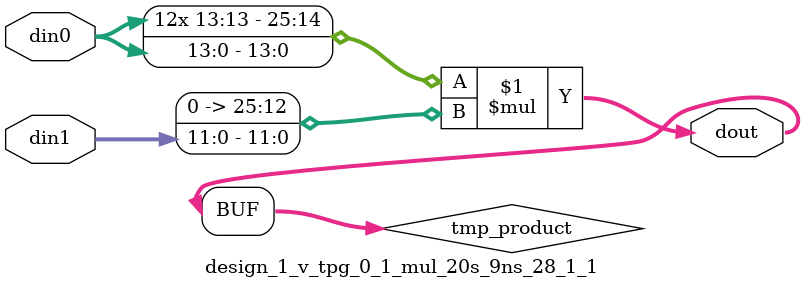
<source format=v>

`timescale 1 ns / 1 ps

 module design_1_v_tpg_0_1_mul_20s_9ns_28_1_1(din0, din1, dout);
parameter ID = 1;
parameter NUM_STAGE = 0;
parameter din0_WIDTH = 14;
parameter din1_WIDTH = 12;
parameter dout_WIDTH = 26;

input [din0_WIDTH - 1 : 0] din0; 
input [din1_WIDTH - 1 : 0] din1; 
output [dout_WIDTH - 1 : 0] dout;

wire signed [dout_WIDTH - 1 : 0] tmp_product;


























assign tmp_product = $signed(din0) * $signed({1'b0, din1});









assign dout = tmp_product;





















endmodule

</source>
